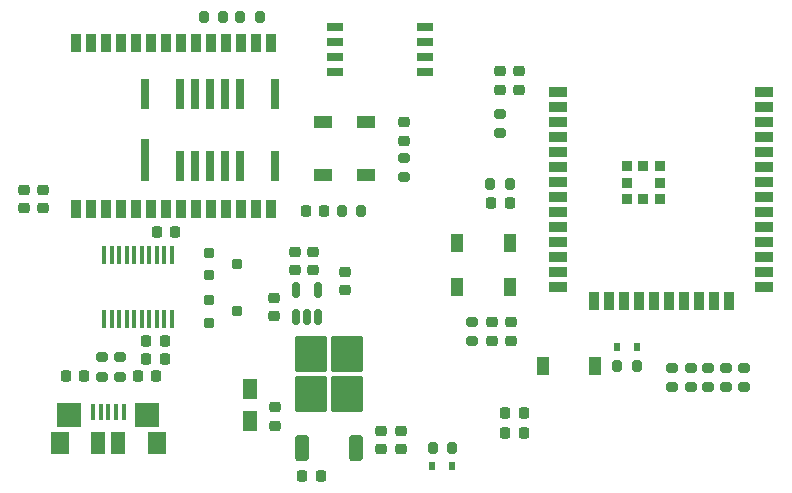
<source format=gtp>
G04 #@! TF.GenerationSoftware,KiCad,Pcbnew,9.0.2*
G04 #@! TF.CreationDate,2025-06-18T11:41:47+09:00*
G04 #@! TF.ProjectId,Work,576f726b-2e6b-4696-9361-645f70636258,rev?*
G04 #@! TF.SameCoordinates,PX4cc5520PY8e93060*
G04 #@! TF.FileFunction,Paste,Top*
G04 #@! TF.FilePolarity,Positive*
%FSLAX46Y46*%
G04 Gerber Fmt 4.6, Leading zero omitted, Abs format (unit mm)*
G04 Created by KiCad (PCBNEW 9.0.2) date 2025-06-18 11:41:47*
%MOMM*%
%LPD*%
G01*
G04 APERTURE LIST*
G04 Aperture macros list*
%AMRoundRect*
0 Rectangle with rounded corners*
0 $1 Rounding radius*
0 $2 $3 $4 $5 $6 $7 $8 $9 X,Y pos of 4 corners*
0 Add a 4 corners polygon primitive as box body*
4,1,4,$2,$3,$4,$5,$6,$7,$8,$9,$2,$3,0*
0 Add four circle primitives for the rounded corners*
1,1,$1+$1,$2,$3*
1,1,$1+$1,$4,$5*
1,1,$1+$1,$6,$7*
1,1,$1+$1,$8,$9*
0 Add four rect primitives between the rounded corners*
20,1,$1+$1,$2,$3,$4,$5,0*
20,1,$1+$1,$4,$5,$6,$7,0*
20,1,$1+$1,$6,$7,$8,$9,0*
20,1,$1+$1,$8,$9,$2,$3,0*%
G04 Aperture macros list end*
%ADD10RoundRect,0.225000X-0.225000X-0.250000X0.225000X-0.250000X0.225000X0.250000X-0.225000X0.250000X0*%
%ADD11RoundRect,0.200000X0.275000X-0.200000X0.275000X0.200000X-0.275000X0.200000X-0.275000X-0.200000X0*%
%ADD12RoundRect,0.200000X-0.250000X-0.200000X0.250000X-0.200000X0.250000X0.200000X-0.250000X0.200000X0*%
%ADD13R,1.050000X1.600000*%
%ADD14R,1.600000X1.050000*%
%ADD15RoundRect,0.200000X0.200000X0.275000X-0.200000X0.275000X-0.200000X-0.275000X0.200000X-0.275000X0*%
%ADD16RoundRect,0.225000X-0.250000X0.225000X-0.250000X-0.225000X0.250000X-0.225000X0.250000X0.225000X0*%
%ADD17R,1.425000X0.750000*%
%ADD18RoundRect,0.225000X0.250000X-0.225000X0.250000X0.225000X-0.250000X0.225000X-0.250000X-0.225000X0*%
%ADD19RoundRect,0.200000X-0.275000X0.200000X-0.275000X-0.200000X0.275000X-0.200000X0.275000X0.200000X0*%
%ADD20RoundRect,0.200000X-0.200000X-0.275000X0.200000X-0.275000X0.200000X0.275000X-0.200000X0.275000X0*%
%ADD21RoundRect,0.225000X0.225000X0.250000X-0.225000X0.250000X-0.225000X-0.250000X0.225000X-0.250000X0*%
%ADD22R,0.838200X1.600200*%
%ADD23R,0.400000X1.526000*%
%ADD24R,0.600000X0.800000*%
%ADD25R,0.400000X1.350000*%
%ADD26R,1.600000X1.900000*%
%ADD27R,2.100000X2.000000*%
%ADD28R,1.200000X1.900000*%
%ADD29R,0.800000X3.600000*%
%ADD30R,0.700000X2.600000*%
%ADD31R,0.800000X2.600000*%
%ADD32RoundRect,0.250000X1.125000X-1.275000X1.125000X1.275000X-1.125000X1.275000X-1.125000X-1.275000X0*%
%ADD33RoundRect,0.250000X0.350000X-0.850000X0.350000X0.850000X-0.350000X0.850000X-0.350000X-0.850000X0*%
%ADD34RoundRect,0.150000X0.150000X-0.512500X0.150000X0.512500X-0.150000X0.512500X-0.150000X-0.512500X0*%
%ADD35R,1.250000X1.750000*%
%ADD36R,1.500000X0.900000*%
%ADD37R,0.900000X1.500000*%
%ADD38R,0.900000X0.900000*%
G04 APERTURE END LIST*
D10*
X14425000Y13400000D03*
X15975000Y13400000D03*
D11*
X36200000Y27275000D03*
X36200000Y28925000D03*
X42000000Y13375000D03*
X42000000Y15025000D03*
D12*
X19700000Y20850000D03*
X19700000Y18950000D03*
X22100000Y19900000D03*
D13*
X47975000Y11300000D03*
X52425000Y11300000D03*
D14*
X33000000Y27475000D03*
X33000000Y31925000D03*
D10*
X13725000Y10400000D03*
X15275000Y10400000D03*
D15*
X24025000Y40800000D03*
X22375000Y40800000D03*
D12*
X19700000Y16850000D03*
X19700000Y14950000D03*
X22100000Y15900000D03*
D14*
X29400000Y27475000D03*
X29400000Y31925000D03*
D11*
X58900000Y9475000D03*
X58900000Y11125000D03*
D16*
X31200000Y19275000D03*
X31200000Y17725000D03*
D17*
X38012000Y36195000D03*
X38012000Y37465000D03*
X38012000Y38735000D03*
X38012000Y40005000D03*
X30388000Y40005000D03*
X30388000Y38735000D03*
X30388000Y37465000D03*
X30388000Y36195000D03*
D10*
X44825000Y5600000D03*
X46375000Y5600000D03*
D18*
X4100000Y24625000D03*
X4100000Y26175000D03*
D10*
X15325000Y22600000D03*
X16875000Y22600000D03*
D18*
X25300000Y6225000D03*
X25300000Y7775000D03*
X45300000Y13425000D03*
X45300000Y14975000D03*
D19*
X65000000Y11125000D03*
X65000000Y9475000D03*
D16*
X46000000Y36225000D03*
X46000000Y34675000D03*
D20*
X19275000Y40800000D03*
X20925000Y40800000D03*
D13*
X45175000Y21700000D03*
X40725000Y21700000D03*
D21*
X29175000Y2000000D03*
X27625000Y2000000D03*
D22*
X8445000Y24589600D03*
X9715000Y24589600D03*
X10985000Y24589600D03*
X12255000Y24589600D03*
X13525000Y24589600D03*
X14795000Y24589600D03*
X16065000Y24589600D03*
X17335000Y24589600D03*
X18605000Y24589600D03*
X19875000Y24589600D03*
X21145000Y24589600D03*
X22415000Y24589600D03*
X23685000Y24589600D03*
X24955000Y24589600D03*
X24955000Y38610400D03*
X23685000Y38610400D03*
X22415000Y38610400D03*
X21145000Y38610400D03*
X19875000Y38610400D03*
X18605000Y38610400D03*
X17335000Y38610400D03*
X16065000Y38610400D03*
X14795000Y38610400D03*
X13525000Y38610400D03*
X12255000Y38610400D03*
X10985000Y38610400D03*
X9715000Y38610400D03*
X8445000Y38610400D03*
D10*
X43625000Y25100000D03*
X45175000Y25100000D03*
D19*
X10700000Y12025000D03*
X10700000Y10375000D03*
D16*
X43700000Y14975000D03*
X43700000Y13425000D03*
D19*
X62000000Y11125000D03*
X62000000Y9475000D03*
D23*
X16558000Y20712000D03*
X15922000Y20712000D03*
X15288000Y20712000D03*
X14652000Y20712000D03*
X14018000Y20712000D03*
X13382000Y20712000D03*
X12748000Y20712000D03*
X12112000Y20712000D03*
X11478000Y20712000D03*
X10842000Y20712000D03*
X10842000Y15288000D03*
X11478000Y15288000D03*
X12112000Y15288000D03*
X12748000Y15288000D03*
X13382000Y15288000D03*
X14018000Y15288000D03*
X14652000Y15288000D03*
X15288000Y15288000D03*
X15922000Y15288000D03*
X16558000Y15288000D03*
D24*
X38600000Y2800000D03*
X40300000Y2800000D03*
D19*
X63500000Y11125000D03*
X63500000Y9475000D03*
D20*
X38675000Y4300000D03*
X40325000Y4300000D03*
D16*
X44400000Y36225000D03*
X44400000Y34675000D03*
X36000000Y5775000D03*
X36000000Y4225000D03*
D15*
X32625000Y24400000D03*
X30975000Y24400000D03*
D25*
X12500000Y7425000D03*
X11850000Y7425000D03*
X11200000Y7425000D03*
X10550000Y7425000D03*
D26*
X7100000Y4750000D03*
D27*
X7900000Y7100000D03*
D25*
X9900000Y7425000D03*
D28*
X10350000Y4750000D03*
X12050000Y4750000D03*
D27*
X14500000Y7100000D03*
D26*
X15300000Y4750000D03*
D19*
X44400000Y32625000D03*
X44400000Y30975000D03*
D29*
X14300000Y28750000D03*
D30*
X17260000Y28250000D03*
X18530000Y28250000D03*
X19800000Y28250000D03*
X21070000Y28250000D03*
X22340000Y28250000D03*
D31*
X25300000Y28250000D03*
X25300000Y34350000D03*
D30*
X22340000Y34350000D03*
X21070000Y34350000D03*
X19800000Y34350000D03*
X18530000Y34350000D03*
X17260000Y34350000D03*
D31*
X14300000Y34350000D03*
D13*
X45175000Y18000000D03*
X40725000Y18000000D03*
D32*
X28347500Y8925000D03*
X31397500Y8925000D03*
X28347500Y12275000D03*
X31397500Y12275000D03*
D33*
X27592500Y4300000D03*
X32152500Y4300000D03*
D10*
X14425000Y11900000D03*
X15975000Y11900000D03*
D20*
X43525000Y26700000D03*
X45175000Y26700000D03*
D16*
X25200000Y17075000D03*
X25200000Y15525000D03*
X36200000Y31925000D03*
X36200000Y30375000D03*
D15*
X55925000Y11300000D03*
X54275000Y11300000D03*
D18*
X5700000Y24625000D03*
X5700000Y26175000D03*
D19*
X12200000Y12025000D03*
X12200000Y10375000D03*
D21*
X9175000Y10400000D03*
X7625000Y10400000D03*
D19*
X60500000Y11125000D03*
X60500000Y9475000D03*
D21*
X29475000Y24400000D03*
X27925000Y24400000D03*
D16*
X27000000Y20975000D03*
X27000000Y19425000D03*
D24*
X54250000Y12900000D03*
X55950000Y12900000D03*
D34*
X27050000Y15462500D03*
X28000000Y15462500D03*
X28950000Y15462500D03*
X28950000Y17737500D03*
X27050000Y17737500D03*
D35*
X23200000Y6650000D03*
X23200000Y9350000D03*
D16*
X34300000Y5775000D03*
X34300000Y4225000D03*
X28500000Y20975000D03*
X28500000Y19425000D03*
D36*
X49250000Y34510000D03*
X49250000Y33240000D03*
X49250000Y31970000D03*
X49250000Y30700000D03*
X49250000Y29430000D03*
X49250000Y28160000D03*
X49250000Y26890000D03*
X49250000Y25620000D03*
X49250000Y24350000D03*
X49250000Y23080000D03*
X49250000Y21810000D03*
X49250000Y20540000D03*
X49250000Y19270000D03*
X49250000Y18000000D03*
D37*
X52290000Y16750000D03*
X53560000Y16750000D03*
X54830000Y16750000D03*
X56100000Y16750000D03*
X57370000Y16750000D03*
X58640000Y16750000D03*
X59910000Y16750000D03*
X61180000Y16750000D03*
X62450000Y16750000D03*
X63720000Y16750000D03*
D36*
X66750000Y18000000D03*
X66750000Y19270000D03*
X66750000Y20540000D03*
X66750000Y21810000D03*
X66750000Y23080000D03*
X66750000Y24350000D03*
X66750000Y25620000D03*
X66750000Y26890000D03*
X66750000Y28160000D03*
X66750000Y29430000D03*
X66750000Y30700000D03*
X66750000Y31970000D03*
X66750000Y33240000D03*
X66750000Y34510000D03*
D38*
X56500000Y25390000D03*
X57900000Y25390000D03*
X57900000Y26790000D03*
X57900000Y28190000D03*
X56500000Y28190000D03*
X55100000Y28190000D03*
X55100000Y26790000D03*
X55100000Y25390000D03*
D10*
X44825000Y7300000D03*
X46375000Y7300000D03*
M02*

</source>
